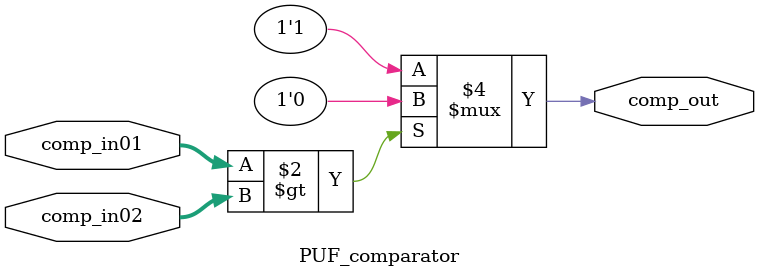
<source format=v>
`timescale 1ns/1ps

module PUF_comparator(

	input [31:0] comp_in01, comp_in02,
	output reg comp_out
);

always@(*)
begin

	if(comp_in01 > comp_in02) comp_out <= 1'b0;
	else comp_out <= 1'b1;
	
end

endmodule

	
</source>
